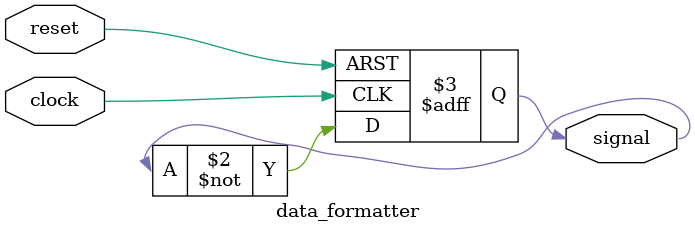
<source format=v>
module data_formatter ( clock, reset, signal);

input	clock;
input	reset;
output	signal;

reg signal;

always@(posedge clock or posedge reset)
	begin
	if(reset)
		begin
			signal <= 1'b1;
		end
	else
		begin
			signal <= ~signal;
		end
	end


endmodule

</source>
